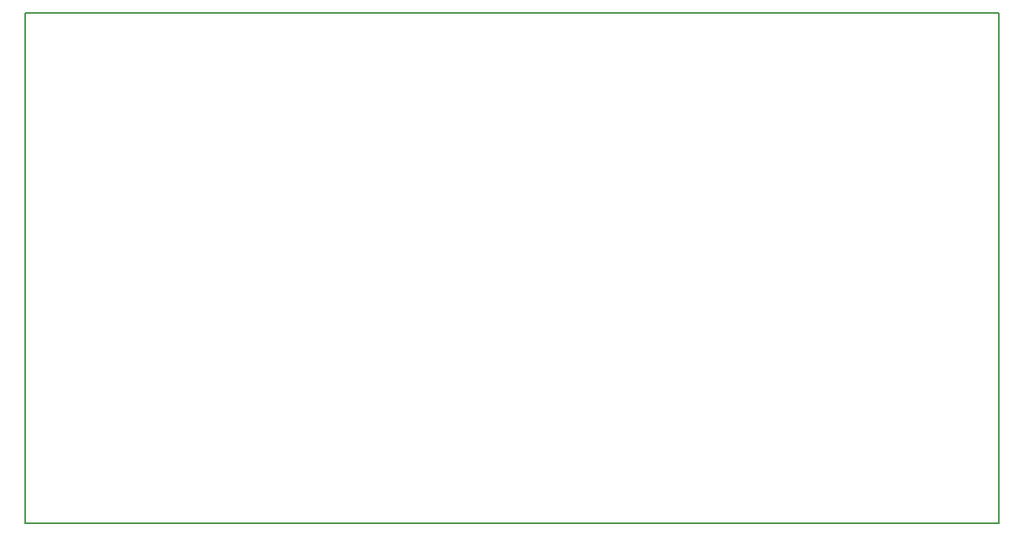
<source format=gbr>
%TF.GenerationSoftware,KiCad,Pcbnew,9.0.4*%
%TF.CreationDate,2025-09-23T14:36:18+02:00*%
%TF.ProjectId,filter shield,66696c74-6572-4207-9368-69656c642e6b,rev?*%
%TF.SameCoordinates,Original*%
%TF.FileFunction,Profile,NP*%
%FSLAX46Y46*%
G04 Gerber Fmt 4.6, Leading zero omitted, Abs format (unit mm)*
G04 Created by KiCad (PCBNEW 9.0.4) date 2025-09-23 14:36:18*
%MOMM*%
%LPD*%
G01*
G04 APERTURE LIST*
%TA.AperFunction,Profile*%
%ADD10C,0.150000*%
%TD*%
G04 APERTURE END LIST*
D10*
X103378000Y-121666000D02*
X103378000Y-68326000D01*
X204978000Y-121650000D02*
X103378000Y-121666000D01*
X103378000Y-68326000D02*
X204966000Y-68310000D01*
X204978000Y-121650000D02*
X204966000Y-68310000D01*
M02*

</source>
